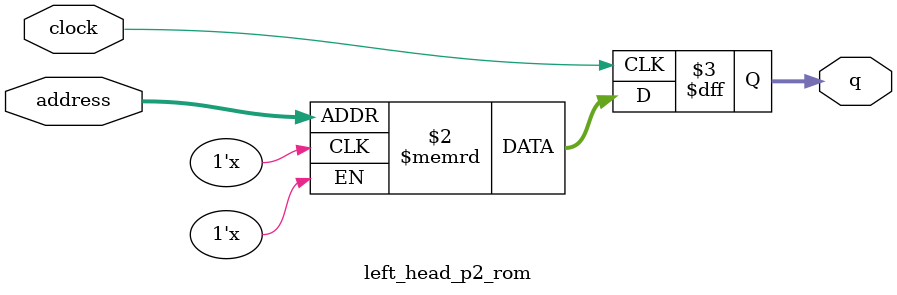
<source format=sv>
module left_head_p2_rom (
	input logic clock,
	input logic [9:0] address,
	output logic [2:0] q
);

logic [2:0] memory [0:575] /* synthesis ram_init_file = "./left_head_p2/left_head_p2.mif" */;

always_ff @ (posedge clock) begin
	q <= memory[address];
end

endmodule

</source>
